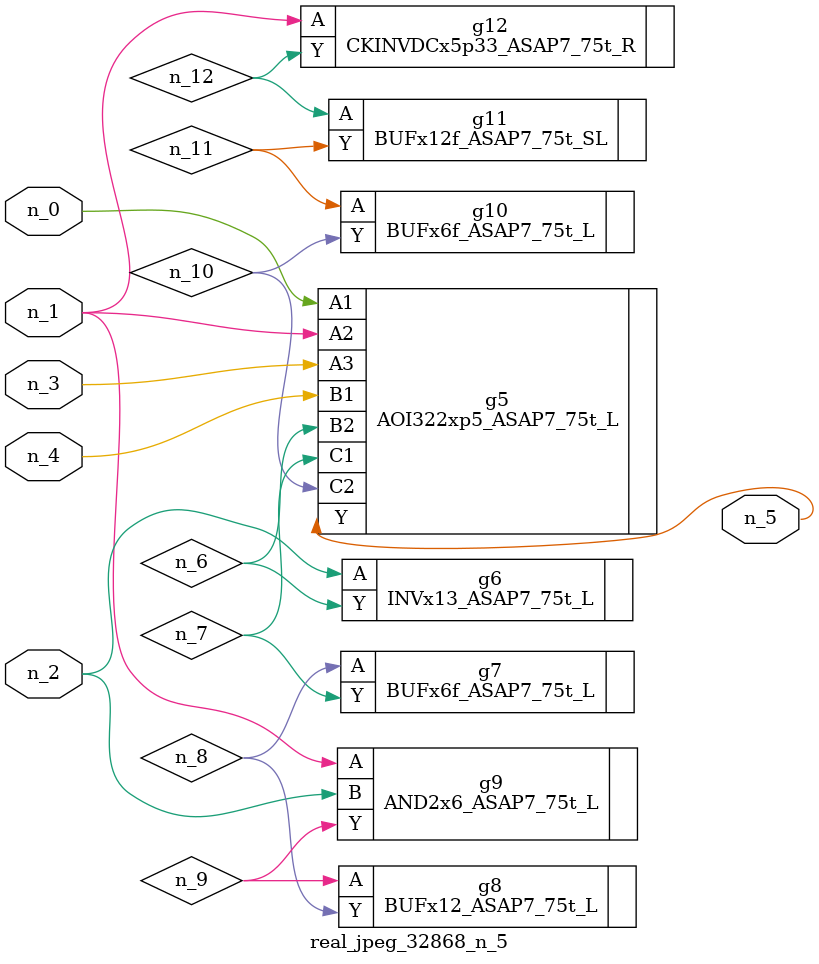
<source format=v>
module real_jpeg_32868_n_5 (n_4, n_0, n_1, n_2, n_3, n_5);

input n_4;
input n_0;
input n_1;
input n_2;
input n_3;

output n_5;

wire n_12;
wire n_8;
wire n_11;
wire n_6;
wire n_7;
wire n_10;
wire n_9;

AOI322xp5_ASAP7_75t_L g5 ( 
.A1(n_0),
.A2(n_1),
.A3(n_3),
.B1(n_4),
.B2(n_6),
.C1(n_7),
.C2(n_10),
.Y(n_5)
);

AND2x6_ASAP7_75t_L g9 ( 
.A(n_1),
.B(n_2),
.Y(n_9)
);

CKINVDCx5p33_ASAP7_75t_R g12 ( 
.A(n_1),
.Y(n_12)
);

INVx13_ASAP7_75t_L g6 ( 
.A(n_2),
.Y(n_6)
);

BUFx6f_ASAP7_75t_L g7 ( 
.A(n_8),
.Y(n_7)
);

BUFx12_ASAP7_75t_L g8 ( 
.A(n_9),
.Y(n_8)
);

BUFx6f_ASAP7_75t_L g10 ( 
.A(n_11),
.Y(n_10)
);

BUFx12f_ASAP7_75t_SL g11 ( 
.A(n_12),
.Y(n_11)
);


endmodule
</source>
